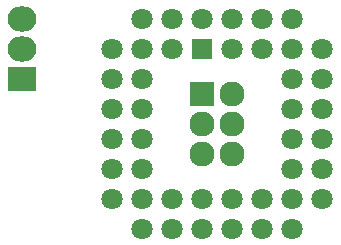
<source format=gbs>
%TF.GenerationSoftware,KiCad,Pcbnew,4.0.2+dfsg1-stable*%
%TF.CreationDate,2018-11-15T01:04:14+01:00*%
%TF.ProjectId,A600MPU-Adapter,413630304D50552D416461707465722E,rev?*%
%TF.FileFunction,Soldermask,Bot*%
%FSLAX46Y46*%
G04 Gerber Fmt 4.6, Leading zero omitted, Abs format (unit mm)*
G04 Created by KiCad (PCBNEW 4.0.2+dfsg1-stable) date Thu 15 Nov 2018 01:04:14 CET*
%MOMM*%
G01*
G04 APERTURE LIST*
%ADD10C,0.100000*%
%ADD11R,2.432000X2.127200*%
%ADD12O,2.432000X2.127200*%
%ADD13R,1.797000X1.797000*%
%ADD14C,1.797000*%
%ADD15R,2.127200X2.127200*%
%ADD16O,2.127200X2.127200*%
G04 APERTURE END LIST*
D10*
D11*
X146050000Y-100330000D03*
D12*
X146050000Y-97790000D03*
X146050000Y-95250000D03*
D13*
X161290000Y-97790000D03*
D14*
X163830000Y-95250000D03*
X163830000Y-97790000D03*
X166370000Y-95250000D03*
X166370000Y-97790000D03*
X168910000Y-95250000D03*
X171450000Y-97790000D03*
X168910000Y-97790000D03*
X171450000Y-100330000D03*
X168910000Y-100330000D03*
X171450000Y-102870000D03*
X168910000Y-102870000D03*
X171450000Y-105410000D03*
X168910000Y-105410000D03*
X171450000Y-107950000D03*
X168910000Y-107950000D03*
X171450000Y-110490000D03*
X168910000Y-113030000D03*
X168910000Y-110490000D03*
X166370000Y-113030000D03*
X166370000Y-110490000D03*
X163830000Y-113030000D03*
X163830000Y-110490000D03*
X161290000Y-113030000D03*
X161290000Y-110490000D03*
X158750000Y-113030000D03*
X158750000Y-110490000D03*
X156210000Y-113030000D03*
X153670000Y-110490000D03*
X156210000Y-110490000D03*
X153670000Y-107950000D03*
X156210000Y-107950000D03*
X153670000Y-105410000D03*
X156210000Y-105410000D03*
X153670000Y-102870000D03*
X156210000Y-102870000D03*
X153670000Y-100330000D03*
X156210000Y-100330000D03*
X153670000Y-97790000D03*
X156210000Y-95250000D03*
X156210000Y-97790000D03*
X158750000Y-95250000D03*
X158750000Y-97790000D03*
X161290000Y-95250000D03*
D15*
X161290000Y-101600000D03*
D16*
X163830000Y-101600000D03*
X161290000Y-104140000D03*
X163830000Y-104140000D03*
X161290000Y-106680000D03*
X163830000Y-106680000D03*
M02*

</source>
